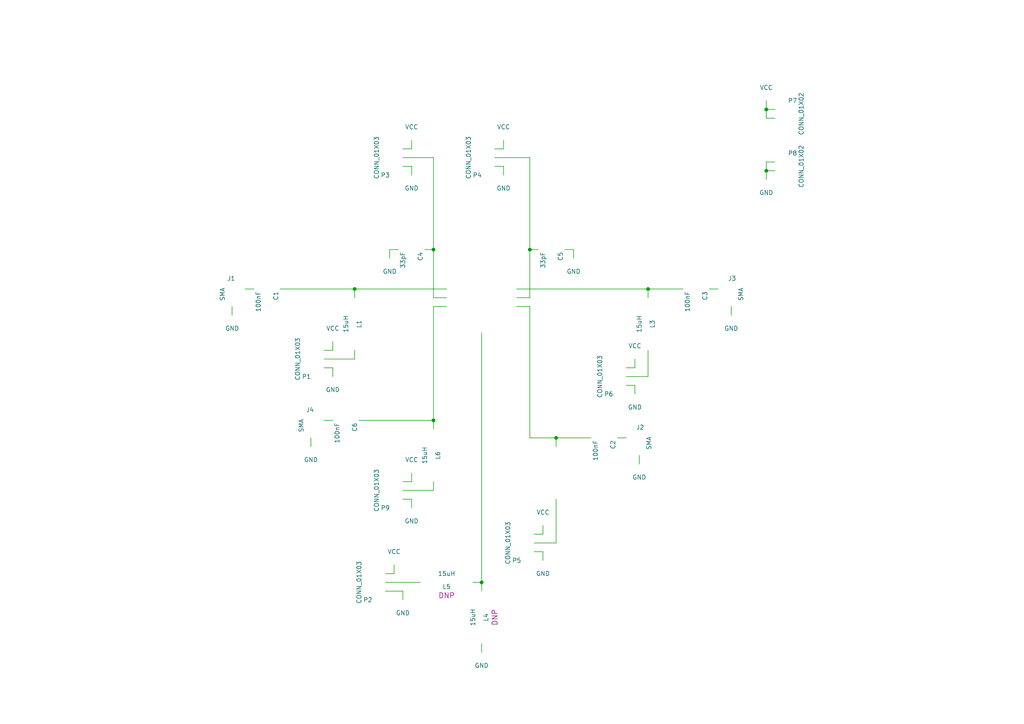
<source format=kicad_sch>
(kicad_sch (version 20230121) (generator eeschema)
  (paper "A4")
  (lib_symbols)
  (junction (at 125.73 121.92))
  (junction (at 125.73 72.39))
  (junction (at 139.7 168.91))
  (junction (at 161.29 127))
  (junction (at 222.25 49.53))
  (junction (at 187.96 83.82))
  (junction (at 102.87 83.82))
  (junction (at 153.67 72.39))
  (junction (at 222.25 31.75))
  (wire (pts (xy 96.52 106.68) (xy 96.52 109.22)))
  (wire (pts (xy 96.52 99.06) (xy 96.52 101.6)))
  (wire (pts (xy 137.16 168.91) (xy 139.7 168.91)))
  (wire (pts (xy 181.61 109.22) (xy 187.96 109.22)))
  (wire (pts (xy 163.83 72.39) (xy 166.37 72.39)))
  (wire (pts (xy 181.61 111.76) (xy 184.15 111.76)))
  (wire (pts (xy 161.29 127) (xy 171.45 127)))
  (wire (pts (xy 222.25 29.21) (xy 222.25 31.75)))
  (wire (pts (xy 146.05 43.18) (xy 143.51 43.18)))
  (wire (pts (xy 222.25 46.99) (xy 222.25 49.53)))
  (wire (pts (xy 222.25 31.75) (xy 222.25 34.29)))
  (wire (pts (xy 149.86 88.9) (xy 153.67 88.9)))
  (wire (pts (xy 153.67 86.36) (xy 149.86 86.36)))
  (wire (pts (xy 125.73 72.39) (xy 123.19 72.39)))
  (wire (pts (xy 153.67 72.39) (xy 153.67 86.36)))
  (wire (pts (xy 102.87 104.14) (xy 102.87 101.6)))
  (wire (pts (xy 222.25 49.53) (xy 222.25 52.07)))
  (wire (pts (xy 157.48 154.94) (xy 154.94 154.94)))
  (wire (pts (xy 119.38 40.64) (xy 119.38 43.18)))
  (wire (pts (xy 93.98 106.68) (xy 96.52 106.68)))
  (wire (pts (xy 111.76 168.91) (xy 121.92 168.91)))
  (wire (pts (xy 119.38 137.16) (xy 119.38 139.7)))
  (wire (pts (xy 102.87 83.82) (xy 102.87 86.36)))
  (wire (pts (xy 143.51 48.26) (xy 146.05 48.26)))
  (wire (pts (xy 153.67 72.39) (xy 156.21 72.39)))
  (wire (pts (xy 116.84 142.24) (xy 125.73 142.24)))
  (wire (pts (xy 184.15 104.14) (xy 184.15 106.68)))
  (wire (pts (xy 113.03 74.93) (xy 113.03 72.39)))
  (wire (pts (xy 116.84 144.78) (xy 119.38 144.78)))
  (wire (pts (xy 125.73 88.9) (xy 129.54 88.9)))
  (wire (pts (xy 187.96 83.82) (xy 198.12 83.82)))
  (wire (pts (xy 139.7 186.69) (xy 139.7 189.23)))
  (wire (pts (xy 119.38 43.18) (xy 116.84 43.18)))
  (wire (pts (xy 116.84 45.72) (xy 125.73 45.72)))
  (wire (pts (xy 114.3 163.83) (xy 114.3 166.37)))
  (wire (pts (xy 67.31 88.9) (xy 67.31 91.44)))
  (wire (pts (xy 90.17 127) (xy 90.17 129.54)))
  (wire (pts (xy 119.38 139.7) (xy 116.84 139.7)))
  (wire (pts (xy 125.73 88.9) (xy 125.73 121.92)))
  (wire (pts (xy 205.74 83.82) (xy 208.28 83.82)))
  (wire (pts (xy 139.7 96.52) (xy 139.7 168.91)))
  (wire (pts (xy 104.14 121.92) (xy 125.73 121.92)))
  (wire (pts (xy 125.73 72.39) (xy 125.73 86.36)))
  (wire (pts (xy 157.48 152.4) (xy 157.48 154.94)))
  (wire (pts (xy 113.03 72.39) (xy 115.57 72.39)))
  (wire (pts (xy 146.05 48.26) (xy 146.05 50.8)))
  (wire (pts (xy 139.7 168.91) (xy 139.7 171.45)))
  (wire (pts (xy 222.25 34.29) (xy 224.79 34.29)))
  (wire (pts (xy 125.73 86.36) (xy 129.54 86.36)))
  (wire (pts (xy 119.38 144.78) (xy 119.38 147.32)))
  (wire (pts (xy 179.07 127) (xy 181.61 127)))
  (wire (pts (xy 153.67 45.72) (xy 153.67 72.39)))
  (wire (pts (xy 161.29 129.54) (xy 161.29 127)))
  (wire (pts (xy 185.42 132.08) (xy 185.42 134.62)))
  (wire (pts (xy 143.51 45.72) (xy 153.67 45.72)))
  (wire (pts (xy 153.67 88.9) (xy 153.67 127)))
  (wire (pts (xy 146.05 40.64) (xy 146.05 43.18)))
  (wire (pts (xy 187.96 109.22) (xy 187.96 101.6)))
  (wire (pts (xy 116.84 48.26) (xy 119.38 48.26)))
  (wire (pts (xy 111.76 171.45) (xy 116.84 171.45)))
  (wire (pts (xy 81.28 83.82) (xy 102.87 83.82)))
  (wire (pts (xy 154.94 160.02) (xy 157.48 160.02)))
  (wire (pts (xy 102.87 83.82) (xy 129.54 83.82)))
  (wire (pts (xy 93.98 104.14) (xy 102.87 104.14)))
  (wire (pts (xy 161.29 157.48) (xy 161.29 144.78)))
  (wire (pts (xy 96.52 121.92) (xy 93.98 121.92)))
  (wire (pts (xy 222.25 31.75) (xy 224.79 31.75)))
  (wire (pts (xy 116.84 171.45) (xy 116.84 173.99)))
  (wire (pts (xy 154.94 157.48) (xy 161.29 157.48)))
  (wire (pts (xy 125.73 142.24) (xy 125.73 139.7)))
  (wire (pts (xy 119.38 48.26) (xy 119.38 50.8)))
  (wire (pts (xy 187.96 83.82) (xy 187.96 86.36)))
  (wire (pts (xy 73.66 83.82) (xy 71.12 83.82)))
  (wire (pts (xy 224.79 49.53) (xy 222.25 49.53)))
  (wire (pts (xy 153.67 127) (xy 161.29 127)))
  (wire (pts (xy 184.15 106.68) (xy 181.61 106.68)))
  (wire (pts (xy 184.15 111.76) (xy 184.15 114.3)))
  (wire (pts (xy 157.48 160.02) (xy 157.48 162.56)))
  (wire (pts (xy 166.37 72.39) (xy 166.37 74.93)))
  (wire (pts (xy 125.73 45.72) (xy 125.73 72.39)))
  (wire (pts (xy 212.09 88.9) (xy 212.09 91.44)))
  (wire (pts (xy 96.52 101.6) (xy 93.98 101.6)))
  (wire (pts (xy 125.73 121.92) (xy 125.73 124.46)))
  (wire (pts (xy 149.86 83.82) (xy 187.96 83.82)))
  (wire (pts (xy 114.3 166.37) (xy 111.76 166.37)))
  (wire (pts (xy 222.25 46.99) (xy 224.79 46.99)))
  (symbol (lib_id "BNC") (at 212.09 83.82 0) (unit 1)
    (property "Reference" "J3" (at 212.344 80.772 0))
    (property "Value" "SMA" (at 214.884 85.344 90))
    (property "Footprint" "gsg-modules:SMA-VERTICAL" (effects hide))
  )
  (symbol (lib_id "BNC") (at 67.31 83.82 0) (mirror y) (unit 1)
    (property "Reference" "J1" (at 67.056 80.772 0))
    (property "Value" "SMA" (at 64.516 85.344 90))
    (property "Footprint" "gsg-modules:SMA-VERTICAL" (effects hide))
  )
  (symbol (lib_id "GND") (at 67.31 91.44 0) (unit 1)
    (property "Reference" "#PWR01" (effects hide))
    (property "Value" "GND" (at 67.31 95.25 0))
  )
  (symbol (lib_id "GND") (at 212.09 91.44 0) (unit 1)
    (property "Reference" "#PWR02" (effects hide))
    (property "Value" "GND" (at 212.09 95.25 0))
  )
  (symbol (lib_id "GND") (at 139.7 189.23 0) (unit 1)
    (property "Reference" "#PWR03" (effects hide))
    (property "Value" "GND" (at 139.7 193.04 0))
  )
  (symbol (lib_id "GND") (at 116.84 173.99 0) (unit 1)
    (property "Reference" "#PWR04" (effects hide))
    (property "Value" "GND" (at 116.84 177.8 0))
  )
  (symbol (lib_id "C") (at 77.47 83.82 270) (unit 1)
    (property "Reference" "C1" (at 80.01 84.455 0) (effects (justify left)))
    (property "Value" "100nF" (at 74.93 84.455 0) (effects (justify left)))
    (property "Footprint" "gsg-modules:0402" (effects hide))
    (property "Manufacturer" "Murata" (effects hide))
    (property "Part Number" "GRM155R61A104KA01D" (effects hide))
    (property "Description" "CAP CER 0.1UF 10V 10% X5R 0402" (effects hide))
  )
  (symbol (lib_id "CONN_01X03") (at 88.9 104.14 180) (unit 1)
    (property "Reference" "P1" (at 88.9 109.22 0))
    (property "Value" "CONN_01X03" (at 86.36 104.14 90))
    (property "Footprint" "gsg-modules:HEADER-1x3" (effects hide))
  )
  (symbol (lib_id "VCC") (at 96.52 99.06 0) (unit 1)
    (property "Reference" "#PWR05" (effects hide))
    (property "Value" "VCC" (at 96.52 95.25 0))
  )
  (symbol (lib_id "GND") (at 96.52 109.22 0) (unit 1)
    (property "Reference" "#PWR06" (effects hide))
    (property "Value" "GND" (at 96.52 113.03 0))
  )
  (symbol (lib_id "CONN_01X03") (at 106.68 168.91 180) (unit 1)
    (property "Reference" "P2" (at 106.68 173.99 0))
    (property "Value" "CONN_01X03" (at 104.14 168.91 90))
    (property "Footprint" "gsg-modules:HEADER-1x3" (effects hide))
  )
  (symbol (lib_id "VCC") (at 114.3 163.83 0) (unit 1)
    (property "Reference" "#PWR07" (effects hide))
    (property "Value" "VCC" (at 114.3 160.02 0))
  )
  (symbol (lib_id "CONN_01X03") (at 176.53 109.22 180) (unit 1)
    (property "Reference" "P6" (at 176.53 114.3 0))
    (property "Value" "CONN_01X03" (at 173.99 109.22 90))
    (property "Footprint" "gsg-modules:HEADER-1x3" (effects hide))
  )
  (symbol (lib_id "VCC") (at 184.15 104.14 0) (unit 1)
    (property "Reference" "#PWR08" (effects hide))
    (property "Value" "VCC" (at 184.15 100.33 0))
  )
  (symbol (lib_id "GND") (at 184.15 114.3 0) (unit 1)
    (property "Reference" "#PWR09" (effects hide))
    (property "Value" "GND" (at 184.15 118.11 0))
  )
  (symbol (lib_id "BNC") (at 185.42 127 0) (unit 1)
    (property "Reference" "J2" (at 185.674 123.952 0))
    (property "Value" "SMA" (at 188.214 128.524 90))
    (property "Footprint" "gsg-modules:SMA-VERTICAL" (effects hide))
  )
  (symbol (lib_id "GND") (at 185.42 134.62 0) (unit 1)
    (property "Reference" "#PWR010" (effects hide))
    (property "Value" "GND" (at 185.42 138.43 0))
  )
  (symbol (lib_id "CONN_01X03") (at 149.86 157.48 180) (unit 1)
    (property "Reference" "P5" (at 149.86 162.56 0))
    (property "Value" "CONN_01X03" (at 147.32 157.48 90))
    (property "Footprint" "gsg-modules:HEADER-1x3" (effects hide))
  )
  (symbol (lib_id "VCC") (at 157.48 152.4 0) (unit 1)
    (property "Reference" "#PWR011" (effects hide))
    (property "Value" "VCC" (at 157.48 148.59 0))
  )
  (symbol (lib_id "GND") (at 157.48 162.56 0) (unit 1)
    (property "Reference" "#PWR012" (effects hide))
    (property "Value" "GND" (at 157.48 166.37 0))
  )
  (symbol (lib_id "CONN_01X03") (at 138.43 45.72 180) (unit 1)
    (property "Reference" "P4" (at 138.43 50.8 0))
    (property "Value" "CONN_01X03" (at 135.89 45.72 90))
    (property "Footprint" "gsg-modules:HEADER-1x3" (effects hide))
  )
  (symbol (lib_id "VCC") (at 146.05 40.64 0) (unit 1)
    (property "Reference" "#PWR013" (effects hide))
    (property "Value" "VCC" (at 146.05 36.83 0))
  )
  (symbol (lib_id "GND") (at 146.05 50.8 0) (unit 1)
    (property "Reference" "#PWR014" (effects hide))
    (property "Value" "GND" (at 146.05 54.61 0))
  )
  (symbol (lib_id "CONN_01X03") (at 111.76 45.72 180) (unit 1)
    (property "Reference" "P3" (at 111.76 50.8 0))
    (property "Value" "CONN_01X03" (at 109.22 45.72 90))
    (property "Footprint" "gsg-modules:HEADER-1x3" (effects hide))
  )
  (symbol (lib_id "VCC") (at 119.38 40.64 0) (unit 1)
    (property "Reference" "#PWR015" (effects hide))
    (property "Value" "VCC" (at 119.38 36.83 0))
  )
  (symbol (lib_id "GND") (at 119.38 50.8 0) (unit 1)
    (property "Reference" "#PWR016" (effects hide))
    (property "Value" "GND" (at 119.38 54.61 0))
  )
  (symbol (lib_id "CONN_01X02") (at 229.87 33.02 0) (unit 1)
    (property "Reference" "P7" (at 229.87 29.21 0))
    (property "Value" "CONN_01X02" (at 232.41 33.02 90))
    (property "Footprint" "gsg-modules:HEADER-1x2" (effects hide))
  )
  (symbol (lib_id "CONN_01X02") (at 229.87 48.26 0) (unit 1)
    (property "Reference" "P8" (at 229.87 44.45 0))
    (property "Value" "CONN_01X02" (at 232.41 48.26 90))
    (property "Footprint" "gsg-modules:HEADER-1x2" (effects hide))
  )
  (symbol (lib_id "VCC") (at 222.25 29.21 0) (unit 1)
    (property "Reference" "#PWR017" (effects hide))
    (property "Value" "VCC" (at 222.25 25.4 0))
  )
  (symbol (lib_id "GND") (at 222.25 52.07 0) (unit 1)
    (property "Reference" "#PWR018" (effects hide))
    (property "Value" "GND" (at 222.25 55.88 0))
  )
  (symbol (lib_id "GND") (at 166.37 74.93 0) (unit 1)
    (property "Reference" "#PWR019" (effects hide))
    (property "Value" "GND" (at 166.37 78.74 0))
  )
  (symbol (lib_id "C") (at 119.38 72.39 270) (unit 1)
    (property "Reference" "C4" (at 121.92 73.025 0) (effects (justify left)))
    (property "Value" "33pF" (at 116.84 73.025 0) (effects (justify left)))
    (property "Footprint" "gsg-modules:0402" (effects hide))
    (property "Manufacturer" "Murata" (effects hide))
    (property "Part Number" "GRM1555C1H330JA01D" (effects hide))
    (property "Description" "CAP CER 33PF 50V 5% NP0 0402" (effects hide))
  )
  (symbol (lib_id "GND") (at 113.03 74.93 0) (unit 1)
    (property "Reference" "#PWR020" (effects hide))
    (property "Value" "GND" (at 113.03 78.74 0))
  )
  (symbol (lib_id "INDUCTOR") (at 102.87 93.98 180) (unit 1)
    (property "Reference" "L1" (at 104.14 93.98 90))
    (property "Value" "15uH" (at 100.33 93.98 90))
    (property "Footprint" "gsg-modules:0603" (effects hide))
    (property "Manufacturer" "Taiyo Yuden" (effects hide))
    (property "Part Number" "BRL1608T150M" (effects hide))
    (property "Description" "FIXED IND 15UH 200MA 3.328 OHM" (effects hide))
  )
  (symbol (lib_id "INDUCTOR") (at 139.7 179.07 180) (unit 1)
    (property "Reference" "L4" (at 140.97 179.07 90))
    (property "Value" "15uH" (at 137.16 179.07 90))
    (property "Footprint" "gsg-modules:0603" (effects hide))
    (property "Manufacturer" "Taiyo Yuden" (effects hide))
    (property "Part Number" "BRL1608T150M" (effects hide))
    (property "Description" "FIXED IND 15UH 200MA 3.328 OHM" (effects hide))
    (property "Note" "DNP" (at 143.51 179.07 90) (effects (font (size 1.524 1.524))))
  )
  (symbol (lib_id "INDUCTOR") (at 161.29 137.16 180) (unit 1)
    (property "Reference" "L2" (at 162.56 137.16 90))
    (property "Value" "15uH" (at 158.75 137.16 90))
    (property "Footprint" "gsg-modules:0603" (effects hide))
    (property "Manufacturer" "Taiyo Yuden" (effects hide))
    (property "Part Number" "BRL1608T150M" (effects hide))
    (property "Description" "FIXED IND 15UH 200MA 3.328 OHM" (effects hide))
  )
  (symbol (lib_id "INDUCTOR") (at 187.96 93.98 180) (unit 1)
    (property "Reference" "L3" (at 189.23 93.98 90))
    (property "Value" "15uH" (at 185.42 93.98 90))
    (property "Footprint" "gsg-modules:0603" (effects hide))
    (property "Manufacturer" "Taiyo Yuden" (effects hide))
    (property "Part Number" "BRL1608T150M" (effects hide))
    (property "Description" "FIXED IND 15UH 200MA 3.328 OHM" (effects hide))
  )
  (symbol (lib_id "INDUCTOR") (at 129.54 168.91 90) (unit 1)
    (property "Reference" "L5" (at 129.54 170.18 90))
    (property "Value" "15uH" (at 129.54 166.37 90))
    (property "Footprint" "gsg-modules:0603" (effects hide))
    (property "Manufacturer" "Taiyo Yuden" (effects hide))
    (property "Part Number" "BRL1608T150M" (effects hide))
    (property "Description" "FIXED IND 15UH 200MA 3.328 OHM" (effects hide))
    (property "Note" "DNP" (at 129.54 172.72 90) (effects (font (size 1.524 1.524))))
  )
  (symbol (lib_id "C") (at 175.26 127 270) (unit 1)
    (property "Reference" "C2" (at 177.8 127.635 0) (effects (justify left)))
    (property "Value" "100nF" (at 172.72 127.635 0) (effects (justify left)))
    (property "Footprint" "gsg-modules:0402" (effects hide))
    (property "Manufacturer" "Murata" (effects hide))
    (property "Part Number" "GRM155R61A104KA01D" (effects hide))
    (property "Description" "CAP CER 0.1UF 10V 10% X5R 0402" (effects hide))
  )
  (symbol (lib_id "C") (at 201.93 83.82 270) (unit 1)
    (property "Reference" "C3" (at 204.47 84.455 0) (effects (justify left)))
    (property "Value" "100nF" (at 199.39 84.455 0) (effects (justify left)))
    (property "Footprint" "gsg-modules:0402" (effects hide))
    (property "Manufacturer" "Murata" (effects hide))
    (property "Part Number" "GRM155R61A104KA01D" (effects hide))
    (property "Description" "CAP CER 0.1UF 10V 10% X5R 0402" (effects hide))
  )
  (symbol (lib_id "C") (at 160.02 72.39 270) (unit 1)
    (property "Reference" "C5" (at 162.56 73.025 0) (effects (justify left)))
    (property "Value" "33pF" (at 157.48 73.025 0) (effects (justify left)))
    (property "Footprint" "gsg-modules:0402" (effects hide))
    (property "Manufacturer" "Murata" (effects hide))
    (property "Part Number" "GRM1555C1H330JA01D" (effects hide))
    (property "Description" "CAP CER 33PF 50V 5% NP0 0402" (effects hide))
  )
  (symbol (lib_id "SKY13411") (at 139.7 86.36 0) (unit 1)
    (property "Reference" "U1" (at 139.7 86.36 0) (effects (font (size 1.524 1.524))))
    (property "Value" "SKY13411" (at 139.7 81.28 0) (effects (font (size 1.524 1.524))))
    (property "Footprint" "gsg-modules:SKY13411-374LF" (effects hide))
    (property "Manufacturer" "Skyworks" (effects hide))
    (property "Part Number" "SKY13411-374LF" (effects hide))
    (property "Description" "0.1-6.0 GHz DPDT Switch" (effects hide))
  )
  (symbol (lib_id "BNC") (at 90.17 121.92 0) (mirror y) (unit 1)
    (property "Reference" "J4" (at 89.916 118.872 0))
    (property "Value" "SMA" (at 87.376 123.444 90))
    (property "Footprint" "gsg-modules:SMA-VERTICAL" (effects hide))
  )
  (symbol (lib_id "GND") (at 90.17 129.54 0) (unit 1)
    (property "Reference" "#PWR021" (effects hide))
    (property "Value" "GND" (at 90.17 133.35 0))
  )
  (symbol (lib_id "C") (at 100.33 121.92 270) (unit 1)
    (property "Reference" "C6" (at 102.87 122.555 0) (effects (justify left)))
    (property "Value" "100nF" (at 97.79 122.555 0) (effects (justify left)))
    (property "Footprint" "gsg-modules:0402" (effects hide))
    (property "Manufacturer" "Murata" (effects hide))
    (property "Part Number" "GRM155R61A104KA01D" (effects hide))
    (property "Description" "CAP CER 0.1UF 10V 10% X5R 0402" (effects hide))
  )
  (symbol (lib_id "CONN_01X03") (at 111.76 142.24 180) (unit 1)
    (property "Reference" "P9" (at 111.76 147.32 0))
    (property "Value" "CONN_01X03" (at 109.22 142.24 90))
    (property "Footprint" "gsg-modules:HEADER-1x3" (effects hide))
  )
  (symbol (lib_id "VCC") (at 119.38 137.16 0) (unit 1)
    (property "Reference" "#PWR022" (effects hide))
    (property "Value" "VCC" (at 119.38 133.35 0))
  )
  (symbol (lib_id "GND") (at 119.38 147.32 0) (unit 1)
    (property "Reference" "#PWR023" (effects hide))
    (property "Value" "GND" (at 119.38 151.13 0))
  )
  (symbol (lib_id "INDUCTOR") (at 125.73 132.08 180) (unit 1)
    (property "Reference" "L6" (at 127 132.08 90))
    (property "Value" "15uH" (at 123.19 132.08 90))
    (property "Footprint" "gsg-modules:0603" (effects hide))
    (property "Manufacturer" "Taiyo Yuden" (effects hide))
    (property "Part Number" "BRL1608T150M" (effects hide))
    (property "Description" "FIXED IND 15UH 200MA 3.328 OHM" (effects hide))
  )
)
</source>
